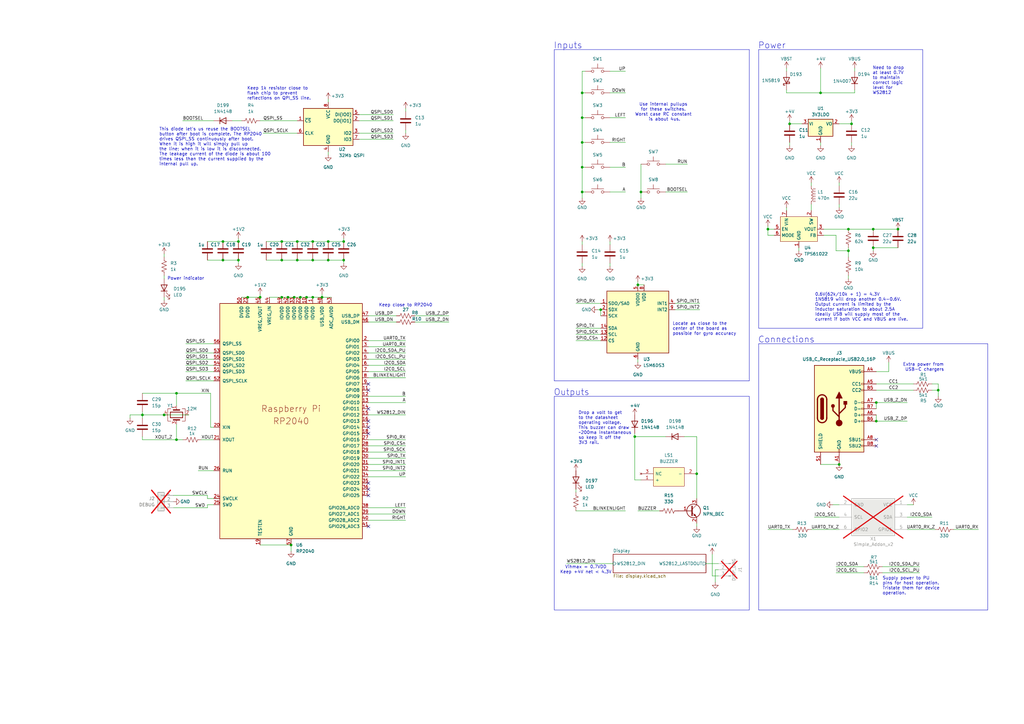
<source format=kicad_sch>
(kicad_sch (version 20231120) (generator "eeschema") (generator_version "8.0")
  (paper "A3")
  (junction (at 238.76 48.26))
  (junction (at 128.27 121.92))
  (junction (at 140.97 106.68))
  (junction (at 125.73 121.92))
  (junction (at 285.75 194.31))
  (junction (at 314.96 93.98))
  (junction (at 121.92 99.06))
  (junction (at 72.39 161.29))
  (junction (at 67.31 170.18))
  (junction (at 359.41 172.72))
  (junction (at 91.44 106.68))
  (junction (at 115.57 106.68))
  (junction (at 120.65 121.92))
  (junction (at 128.27 106.68))
  (junction (at 97.79 99.06))
  (junction (at 384.81 160.02))
  (junction (at 134.62 99.06))
  (junction (at 358.14 101.6))
  (junction (at 347.98 93.98))
  (junction (at 128.27 99.06))
  (junction (at 238.76 38.1))
  (junction (at 336.55 38.1))
  (junction (at 115.57 99.06))
  (junction (at 119.38 223.52))
  (junction (at 97.79 106.68))
  (junction (at 368.3 93.98))
  (junction (at 260.35 179.07))
  (junction (at 262.89 78.74))
  (junction (at 58.42 170.18))
  (junction (at 238.76 68.58))
  (junction (at 344.17 190.5))
  (junction (at 359.41 165.1))
  (junction (at 246.38 127))
  (junction (at 347.98 102.87))
  (junction (at 132.08 121.92))
  (junction (at 121.92 106.68))
  (junction (at 323.85 50.8))
  (junction (at 238.76 78.74))
  (junction (at 261.62 116.84))
  (junction (at 115.57 121.92))
  (junction (at 106.68 121.92))
  (junction (at 101.6 121.92))
  (junction (at 358.14 93.98))
  (junction (at 123.19 121.92))
  (junction (at 134.62 106.68))
  (junction (at 118.11 121.92))
  (junction (at 91.44 99.06))
  (junction (at 349.25 50.8))
  (junction (at 238.76 58.42))
  (junction (at 72.39 180.34))
  (junction (at 140.97 99.06))
  (no_connect (at 151.13 157.48))
  (no_connect (at 151.13 175.26))
  (no_connect (at 151.13 198.12))
  (no_connect (at 151.13 172.72))
  (no_connect (at 151.13 203.2))
  (no_connect (at 151.13 167.64))
  (no_connect (at 359.41 180.34))
  (no_connect (at 151.13 200.66))
  (no_connect (at 151.13 215.9))
  (no_connect (at 359.41 182.88))
  (no_connect (at 151.13 160.02))
  (no_connect (at 151.13 177.8))
  (wire (pts (xy 327.66 101.6) (xy 327.66 102.87)))
  (wire (pts (xy 344.17 207.01) (xy 341.63 207.01)))
  (wire (pts (xy 238.76 29.21) (xy 240.03 29.21)))
  (wire (pts (xy 293.37 233.68) (xy 293.37 238.76)))
  (wire (pts (xy 87.63 175.26) (xy 86.36 175.26)))
  (wire (pts (xy 67.31 113.03) (xy 67.31 114.3)))
  (wire (pts (xy 336.55 27.94) (xy 336.55 38.1)))
  (wire (pts (xy 250.19 48.26) (xy 256.54 48.26)))
  (wire (pts (xy 151.13 180.34) (xy 166.37 180.34)))
  (wire (pts (xy 151.13 193.04) (xy 166.37 193.04)))
  (wire (pts (xy 53.34 170.18) (xy 58.42 170.18)))
  (wire (pts (xy 67.31 170.18) (xy 77.47 170.18)))
  (wire (pts (xy 151.13 208.28) (xy 166.37 208.28)))
  (wire (pts (xy 97.79 97.79) (xy 97.79 99.06)))
  (wire (pts (xy 391.16 217.17) (xy 401.32 217.17)))
  (wire (pts (xy 250.19 29.21) (xy 256.54 29.21)))
  (wire (pts (xy 109.22 106.68) (xy 115.57 106.68)))
  (wire (pts (xy 238.76 38.1) (xy 240.03 38.1)))
  (wire (pts (xy 128.27 106.68) (xy 134.62 106.68)))
  (wire (pts (xy 347.98 101.6) (xy 347.98 102.87)))
  (wire (pts (xy 285.75 214.63) (xy 285.75 215.9)))
  (wire (pts (xy 276.86 127) (xy 287.02 127)))
  (wire (pts (xy 347.98 93.98) (xy 358.14 93.98)))
  (wire (pts (xy 238.76 58.42) (xy 240.03 58.42)))
  (wire (pts (xy 76.2 149.86) (xy 87.63 149.86)))
  (wire (pts (xy 358.14 93.98) (xy 368.3 93.98)))
  (wire (pts (xy 359.41 165.1) (xy 359.41 167.64)))
  (wire (pts (xy 285.75 194.31) (xy 285.75 179.07)))
  (wire (pts (xy 151.13 149.86) (xy 166.37 149.86)))
  (wire (pts (xy 246.38 127) (xy 246.38 129.54)))
  (wire (pts (xy 121.92 99.06) (xy 128.27 99.06)))
  (wire (pts (xy 132.08 121.92) (xy 135.89 121.92)))
  (wire (pts (xy 238.76 78.74) (xy 238.76 81.28)))
  (wire (pts (xy 238.76 68.58) (xy 238.76 58.42)))
  (wire (pts (xy 344.17 74.93) (xy 344.17 76.2)))
  (wire (pts (xy 67.31 104.14) (xy 67.31 105.41)))
  (wire (pts (xy 336.55 190.5) (xy 344.17 190.5)))
  (wire (pts (xy 344.17 83.82) (xy 344.17 85.09)))
  (wire (pts (xy 260.35 179.07) (xy 260.35 196.85)))
  (wire (pts (xy 250.19 107.95) (xy 250.19 109.22)))
  (wire (pts (xy 384.81 160.02) (xy 382.27 160.02)))
  (wire (pts (xy 109.22 99.06) (xy 115.57 99.06)))
  (wire (pts (xy 384.81 160.02) (xy 384.81 162.56)))
  (wire (pts (xy 238.76 48.26) (xy 238.76 38.1)))
  (wire (pts (xy 87.63 207.01) (xy 85.09 207.01)))
  (wire (pts (xy 261.62 209.55) (xy 270.51 209.55)))
  (wire (pts (xy 250.19 38.1) (xy 256.54 38.1)))
  (wire (pts (xy 359.41 172.72) (xy 372.11 172.72)))
  (wire (pts (xy 262.89 78.74) (xy 262.89 81.28)))
  (wire (pts (xy 354.33 232.41) (xy 342.9 232.41)))
  (wire (pts (xy 106.68 223.52) (xy 119.38 223.52)))
  (wire (pts (xy 151.13 132.08) (xy 162.56 132.08)))
  (wire (pts (xy 236.22 209.55) (xy 256.54 209.55)))
  (wire (pts (xy 85.09 207.01) (xy 85.09 208.28)))
  (wire (pts (xy 246.38 137.16) (xy 236.22 137.16)))
  (wire (pts (xy 161.29 54.61) (xy 147.32 54.61)))
  (wire (pts (xy 161.29 49.53) (xy 147.32 49.53)))
  (wire (pts (xy 99.06 121.92) (xy 101.6 121.92)))
  (wire (pts (xy 294.64 233.68) (xy 293.37 233.68)))
  (wire (pts (xy 85.09 99.06) (xy 91.44 99.06)))
  (wire (pts (xy 134.62 99.06) (xy 140.97 99.06)))
  (wire (pts (xy 384.81 157.48) (xy 382.27 157.48)))
  (wire (pts (xy 238.76 38.1) (xy 238.76 29.21)))
  (wire (pts (xy 166.37 44.45) (xy 166.37 45.72)))
  (wire (pts (xy 246.38 139.7) (xy 236.22 139.7)))
  (wire (pts (xy 260.35 196.85) (xy 262.89 196.85)))
  (wire (pts (xy 361.95 232.41) (xy 377.19 232.41)))
  (wire (pts (xy 383.54 217.17) (xy 372.11 217.17)))
  (wire (pts (xy 134.62 40.64) (xy 134.62 41.91)))
  (wire (pts (xy 323.85 58.42) (xy 323.85 59.69)))
  (wire (pts (xy 384.81 157.48) (xy 384.81 160.02)))
  (wire (pts (xy 71.12 208.28) (xy 85.09 208.28)))
  (wire (pts (xy 151.13 147.32) (xy 166.37 147.32)))
  (wire (pts (xy 86.36 161.29) (xy 86.36 175.26)))
  (wire (pts (xy 74.93 49.53) (xy 87.63 49.53)))
  (wire (pts (xy 118.11 121.92) (xy 120.65 121.92)))
  (wire (pts (xy 128.27 121.92) (xy 132.08 121.92)))
  (wire (pts (xy 245.11 127) (xy 246.38 127)))
  (wire (pts (xy 261.62 148.59) (xy 261.62 147.32)))
  (wire (pts (xy 85.09 204.47) (xy 85.09 203.2)))
  (wire (pts (xy 72.39 173.99) (xy 72.39 180.34)))
  (wire (pts (xy 151.13 154.94) (xy 166.37 154.94)))
  (wire (pts (xy 238.76 78.74) (xy 240.03 78.74)))
  (wire (pts (xy 71.12 203.2) (xy 85.09 203.2)))
  (wire (pts (xy 246.38 124.46) (xy 236.22 124.46)))
  (wire (pts (xy 350.52 27.94) (xy 350.52 29.21)))
  (wire (pts (xy 250.19 68.58) (xy 256.54 68.58)))
  (wire (pts (xy 349.25 58.42) (xy 349.25 59.69)))
  (wire (pts (xy 238.76 48.26) (xy 240.03 48.26)))
  (wire (pts (xy 347.98 102.87) (xy 342.9 102.87)))
  (wire (pts (xy 132.08 120.65) (xy 132.08 121.92)))
  (wire (pts (xy 273.05 78.74) (xy 281.94 78.74)))
  (wire (pts (xy 161.29 46.99) (xy 147.32 46.99)))
  (wire (pts (xy 58.42 170.18) (xy 67.31 170.18)))
  (wire (pts (xy 344.17 217.17) (xy 332.74 217.17)))
  (wire (pts (xy 322.58 38.1) (xy 336.55 38.1)))
  (wire (pts (xy 107.95 54.61) (xy 121.92 54.61)))
  (wire (pts (xy 314.96 93.98) (xy 317.5 93.98)))
  (wire (pts (xy 58.42 180.34) (xy 72.39 180.34)))
  (wire (pts (xy 81.28 193.04) (xy 87.63 193.04)))
  (wire (pts (xy 120.65 121.92) (xy 123.19 121.92)))
  (wire (pts (xy 151.13 152.4) (xy 166.37 152.4)))
  (wire (pts (xy 276.86 124.46) (xy 287.02 124.46)))
  (wire (pts (xy 121.92 106.68) (xy 128.27 106.68)))
  (wire (pts (xy 323.85 49.53) (xy 323.85 50.8)))
  (wire (pts (xy 238.76 99.06) (xy 238.76 100.33)))
  (wire (pts (xy 140.97 106.68) (xy 140.97 107.95)))
  (wire (pts (xy 292.1 236.22) (xy 294.64 236.22)))
  (wire (pts (xy 261.62 116.84) (xy 264.16 116.84)))
  (wire (pts (xy 336.55 58.42) (xy 336.55 59.69)))
  (wire (pts (xy 236.22 200.66) (xy 236.22 201.93)))
  (wire (pts (xy 87.63 204.47) (xy 85.09 204.47)))
  (wire (pts (xy 76.2 152.4) (xy 87.63 152.4)))
  (wire (pts (xy 123.19 121.92) (xy 125.73 121.92)))
  (wire (pts (xy 115.57 99.06) (xy 121.92 99.06)))
  (wire (pts (xy 358.14 101.6) (xy 368.3 101.6)))
  (wire (pts (xy 151.13 185.42) (xy 166.37 185.42)))
  (wire (pts (xy 128.27 99.06) (xy 134.62 99.06)))
  (wire (pts (xy 119.38 223.52) (xy 119.38 226.06)))
  (wire (pts (xy 85.09 106.68) (xy 91.44 106.68)))
  (wire (pts (xy 101.6 121.92) (xy 106.68 121.92)))
  (wire (pts (xy 314.96 93.98) (xy 314.96 96.52)))
  (wire (pts (xy 273.05 67.31) (xy 281.94 67.31)))
  (wire (pts (xy 337.82 93.98) (xy 347.98 93.98)))
  (wire (pts (xy 332.74 74.93) (xy 332.74 76.2)))
  (wire (pts (xy 125.73 121.92) (xy 128.27 121.92)))
  (wire (pts (xy 359.41 170.18) (xy 359.41 172.72)))
  (wire (pts (xy 151.13 190.5) (xy 166.37 190.5)))
  (wire (pts (xy 72.39 161.29) (xy 58.42 161.29)))
  (wire (pts (xy 72.39 166.37) (xy 72.39 161.29)))
  (wire (pts (xy 314.96 96.52) (xy 317.5 96.52)))
  (wire (pts (xy 250.19 99.06) (xy 250.19 100.33)))
  (wire (pts (xy 314.96 92.71) (xy 314.96 93.98)))
  (wire (pts (xy 374.65 207.01) (xy 372.11 207.01)))
  (wire (pts (xy 67.31 121.92) (xy 67.31 123.19)))
  (wire (pts (xy 76.2 144.78) (xy 87.63 144.78)))
  (wire (pts (xy 350.52 36.83) (xy 350.52 38.1)))
  (wire (pts (xy 292.1 227.33) (xy 292.1 236.22)))
  (wire (pts (xy 238.76 68.58) (xy 240.03 68.58)))
  (wire (pts (xy 161.29 57.15) (xy 147.32 57.15)))
  (wire (pts (xy 372.11 212.09) (xy 382.27 212.09)))
  (wire (pts (xy 151.13 162.56) (xy 166.37 162.56)))
  (wire (pts (xy 238.76 68.58) (xy 238.76 78.74)))
  (wire (pts (xy 344.17 50.8) (xy 349.25 50.8)))
  (wire (pts (xy 347.98 102.87) (xy 347.98 105.41)))
  (wire (pts (xy 349.25 49.53) (xy 349.25 50.8)))
  (wire (pts (xy 170.18 132.08) (xy 184.15 132.08)))
  (wire (pts (xy 261.62 115.57) (xy 261.62 116.84)))
  (wire (pts (xy 58.42 168.91) (xy 58.42 170.18)))
  (wire (pts (xy 166.37 170.18) (xy 151.13 170.18)))
  (wire (pts (xy 115.57 121.92) (xy 118.11 121.92)))
  (wire (pts (xy 151.13 195.58) (xy 166.37 195.58)))
  (wire (pts (xy 72.39 180.34) (xy 74.93 180.34)))
  (wire (pts (xy 260.35 179.07) (xy 273.05 179.07)))
  (wire (pts (xy 347.98 113.03) (xy 347.98 114.3)))
  (wire (pts (xy 151.13 187.96) (xy 166.37 187.96)))
  (wire (pts (xy 359.41 157.48) (xy 374.65 157.48)))
  (wire (pts (xy 280.67 179.07) (xy 285.75 179.07)))
  (wire (pts (xy 232.41 231.14) (xy 251.46 231.14)))
  (wire (pts (xy 262.89 67.31) (xy 262.89 78.74)))
  (wire (pts (xy 95.25 49.53) (xy 99.06 49.53)))
  (wire (pts (xy 58.42 170.18) (xy 58.42 171.45)))
  (wire (pts (xy 342.9 102.87) (xy 342.9 96.52)))
  (wire (pts (xy 53.34 170.18) (xy 53.34 171.45)))
  (wire (pts (xy 359.41 152.4) (xy 364.49 152.4)))
  (wire (pts (xy 151.13 129.54) (xy 162.56 129.54)))
  (wire (pts (xy 170.18 129.54) (xy 184.15 129.54)))
  (wire (pts (xy 97.79 106.68) (xy 97.79 107.95)))
  (wire (pts (xy 332.74 83.82) (xy 332.74 86.36)))
  (wire (pts (xy 91.44 106.68) (xy 97.79 106.68)))
  (wire (pts (xy 76.2 140.97) (xy 87.63 140.97)))
  (wire (pts (xy 361.95 234.95) (xy 377.19 234.95)))
  (wire (pts (xy 364.49 148.59) (xy 364.49 152.4)))
  (wire (pts (xy 336.55 38.1) (xy 350.52 38.1)))
  (wire (pts (xy 151.13 182.88) (xy 166.37 182.88)))
  (wire (pts (xy 358.14 101.6) (xy 358.14 102.87)))
  (wire (pts (xy 285.75 194.31) (xy 285.75 204.47)))
  (wire (pts (xy 151.13 144.78) (xy 166.37 144.78)))
  (wire (pts (xy 151.13 165.1) (xy 166.37 165.1)))
  (wire (pts (xy 238.76 107.95) (xy 238.76 109.22)))
  (wire (pts (xy 115.57 106.68) (xy 121.92 106.68)))
  (wire (pts (xy 323.85 50.8) (xy 328.93 50.8)))
  (wire (pts (xy 140.97 97.79) (xy 140.97 99.06)))
  (wire (pts (xy 166.37 53.34) (xy 166.37 54.61)))
  (wire (pts (xy 250.19 58.42) (xy 256.54 58.42)))
  (wire (pts (xy 151.13 213.36) (xy 166.37 213.36)))
  (wire (pts (xy 91.44 99.06) (xy 97.79 99.06)))
  (wire (pts (xy 151.13 142.24) (xy 166.37 142.24)))
  (wire (pts (xy 86.36 161.29) (xy 72.39 161.29)))
  (wire (pts (xy 344.17 212.09) (xy 334.01 212.09)))
  (wire (pts (xy 359.41 165.1) (xy 372.11 165.1)))
  (wire (pts (xy 151.13 139.7) (xy 166.37 139.7)))
  (wire (pts (xy 76.2 147.32) (xy 87.63 147.32)))
  (wire (pts (xy 250.19 78.74) (xy 256.54 78.74)))
  (wire (pts (xy 76.2 156.21) (xy 87.63 156.21)))
  (wire (pts (xy 322.58 36.83) (xy 322.58 38.1)))
  (wire (pts (xy 134.62 106.68) (xy 140.97 106.68)))
  (wire (pts (xy 238.76 58.42) (xy 238.76 48.26)))
  (wire (pts (xy 110.49 121.92) (xy 115.57 121.92)))
  (wire (pts (xy 342.9 96.52) (xy 337.82 96.52)))
  (wire (pts (xy 246.38 134.62) (xy 236.22 134.62)))
  (wire (pts (xy 82.55 180.34) (xy 87.63 180.34)))
  (wire (pts (xy 106.68 49.53) (xy 121.92 49.53)))
  (wire (pts (xy 260.35 177.8) (xy 260.35 179.07)))
  (wire (pts (xy 58.42 180.34) (xy 58.42 179.07)))
  (wire (pts (xy 325.12 217.17) (xy 314.96 217.17)))
  (wire (pts (xy 354.33 234.95) (xy 342.9 234.95)))
  (wire (pts (xy 322.58 27.94) (xy 322.58 29.21)))
  (wire (pts (xy 289.56 231.14) (xy 294.64 231.14)))
  (wire (pts (xy 151.13 210.82) (xy 166.37 210.82)))
  (wire (pts (xy 359.41 160.02) (xy 374.65 160.02)))
  (wire (pts (xy 134.62 62.23) (xy 134.62 63.5)))
  (wire (pts (xy 322.58 85.09) (xy 322.58 86.36)))
  (wire (pts (xy 106.68 120.65) (xy 106.68 121.92)))
  (rectangle (start 227.33 162.56) (end 307.34 250.19))
  (rectangle (start 311.15 20.32) (end 378.46 134.62))
  (rectangle (start 311.15 140.97) (end 405.13 250.19))
  (rectangle (start 227.33 20.32) (end 307.34 156.21))
  (text "This diode let's us reuse the BOOTSEL \nbutton after boot is complete. The RP2040 \ndrives QSPI_SS continuously after boot. \nWhen it is high it will simply pull up\nthe line; when it is low it is disconnected.\nThe leakage current of the diode is about 100\ntimes less than the current supplied by the\ninternal pull up." (at 65.278 52.324 0) (effects (font (size 1.27 1.27)) (justify left top)))
  (text "0.6V(62k/10k + 1) = 4.3V\n1N5819 will drop another 0.4-0.6V.\nOutput current is limited by the \ninductor saturation to about 2.5A\nIdeally USB will supply most of the\ncurrent if both VCC and VBUS are live." (at 334.264 125.984 0) (effects (font (size 1.27 1.27)) (justify left)))
  (text "Need to drop\nat least 0.7V\nto maintain\ncorrect logic\nlevel for \nWS2812" (at 357.886 27.178 0) (effects (font (size 1.27 1.27)) (justify left top)))
  (text "Inputs" (at 227.076 17.272 0) (effects (font (size 2.54 2.54)) (justify left top)))
  (text "Extra power from \nUSB-C chargers" (at 379.222 150.622 0) (effects (font (size 1.27 1.27))))
  (text "Connections" (at 310.896 137.922 0) (effects (font (size 2.54 2.54)) (justify left top)))
  (text "Drop a volt to get \nto the datasheet \noperating voltage.\nThis buzzer can draw\n~200ma instantaneous\nso keep it off the\n3V3 rail." (at 237.236 175.514 0) (effects (font (size 1.27 1.27)) (justify left)))
  (text "Power" (at 310.896 17.272 0) (effects (font (size 2.54 2.54)) (justify left top)))
  (text "Supply power to PU \npins for host operation.\nTristate them for device \noperation." (at 361.95 236.474 0) (effects (font (size 1.27 1.27)) (justify left top)))
  (text "Outputs" (at 227.076 159.512 0) (effects (font (size 2.54 2.54)) (justify left top)))
  (text "Power indicator" (at 76.2 114.3 0) (effects (font (size 1.27 1.27))))
  (text "Vihmax = 0.7VDD\nKeep +4V net < 4.3V" (at 240.284 233.68 0) (effects (font (size 1.27 1.27))))
  (text "Keep 1k resistor close to \nflash chip to prevent \nreflections on QPI_SS line." (at 101.346 35.56 0) (effects (font (size 1.27 1.27)) (justify left top)))
  (text "Use internal pullups \nfor these switches. \nWorst case RC constant \nis about 4us." (at 272.542 45.974 0) (effects (font (size 1.27 1.27))))
  (text "Keep close to RP2040" (at 166.37 125.222 0) (effects (font (size 1.27 1.27))))
  (text "Locate as close to the \ncenter of the board as \npossible for gyro accuracy" (at 275.844 132.08 0) (effects (font (size 1.27 1.27)) (justify left top)))
  (label "DOWN" (at 166.37 210.82 180))
  (label "XOUT" (at 82.55 180.34 0))
  (label "SPI0_CSn" (at 166.37 182.88 180))
  (label "QSPI_SS" (at 107.95 49.53 0))
  (label "USB_DN" (at 161.29 132.08 180))
  (label "I2C0_SDA" (at 342.9 232.41 0))
  (label "SPI0_INT2" (at 166.37 193.04 180))
  (label "I2C0_SDA_PU" (at 377.19 232.41 180))
  (label "CC2" (at 364.49 160.02 0))
  (label "QSPI_SD0" (at 161.29 46.99 180))
  (label "QSPI_SD1" (at 161.29 49.53 180))
  (label "BLINKENLIGHT" (at 166.37 154.94 180))
  (label "SPI0_INT2" (at 287.02 127 180))
  (label "RUN" (at 81.28 193.04 0))
  (label "WS2812_DIN" (at 166.37 170.18 180))
  (label "BOOTSEL" (at 281.94 78.74 180))
  (label "QSPI_SCLK" (at 76.2 156.21 0))
  (label "BOOTSEL" (at 74.93 49.53 0))
  (label "UART0_TX" (at 314.96 217.17 0))
  (label "QSPI_SCLK" (at 107.95 54.61 0))
  (label "I2C0_SCL_PU" (at 166.37 147.32 180))
  (label "UART0_TX" (at 166.37 139.7 180))
  (label "USB_Z_DP" (at 372.11 172.72 180))
  (label "CC1" (at 364.49 157.48 0))
  (label "QSPI_SS" (at 76.2 140.97 0))
  (label "QSPI_SD2" (at 161.29 54.61 180))
  (label "LEFT" (at 166.37 208.28 180))
  (label "DOWN" (at 256.54 38.1 180))
  (label "UART0_RX" (at 401.32 217.17 180))
  (label "UART0_RX" (at 166.37 142.24 180))
  (label "USB_DP" (at 161.29 129.54 180))
  (label "QSPI_SD2" (at 76.2 149.86 0))
  (label "QSPI_SD3" (at 161.29 57.15 180))
  (label "I2C0_SDA" (at 382.27 212.09 180))
  (label "RIGHT" (at 256.54 58.42 180))
  (label "UART0_RX_Z" (at 383.54 217.17 180))
  (label "QSPI_SD0" (at 76.2 144.78 0))
  (label "SPI0_RX" (at 166.37 180.34 180))
  (label "UART0_TX_Z" (at 332.74 217.17 0))
  (label "XIN" (at 82.55 161.29 0))
  (label "BUZZER" (at 261.62 209.55 0))
  (label "QSPI_SD1" (at 76.2 147.32 0))
  (label "I2C0_SDA" (at 166.37 149.86 180))
  (label "WS2812_DIN" (at 232.41 231.14 0))
  (label "I2C0_SDA_PU" (at 166.37 144.78 180))
  (label "SPI0_INT1" (at 287.02 124.46 180))
  (label "SPI0_TX" (at 166.37 187.96 180))
  (label "I2C0_SCL_PU" (at 377.19 234.95 180))
  (label "SPI0_RX" (at 236.22 124.46 0))
  (label "SPI0_TX" (at 236.22 134.62 0))
  (label "B" (at 166.37 162.56 180))
  (label "I2C0_SCL" (at 342.9 234.95 0))
  (label "USB_Z_DN" (at 372.11 165.1 180))
  (label "A" (at 166.37 165.1 180))
  (label "XOUT_Z" (at 63.5 180.34 0))
  (label "I2C0_SCL" (at 166.37 152.4 180))
  (label "B" (at 256.54 68.58 180))
  (label "A" (at 256.54 78.74 180))
  (label "QSPI_SD3" (at 76.2 152.4 0))
  (label "SPI0_SCK" (at 236.22 137.16 0))
  (label "BLINKENLIGHT" (at 256.54 209.55 180))
  (label "SPI0_CSn" (at 236.22 139.7 0))
  (label "LEFT" (at 256.54 48.26 180))
  (label "I2C0_SCL" (at 334.01 212.09 0))
  (label "RUN" (at 281.94 67.31 180))
  (label "UP" (at 166.37 195.58 180))
  (label "UP" (at 256.54 29.21 180))
  (label "SPI0_SCK" (at 166.37 185.42 180))
  (label "RIGHT" (at 166.37 213.36 180))
  (label "SWD" (at 80.01 208.28 0))
  (label "USB_Z_DN" (at 184.15 132.08 180))
  (label "USB_Z_DP" (at 184.15 129.54 180))
  (label "SWCLK" (at 78.74 203.2 0))
  (label "SPI0_INT1" (at 166.37 190.5 180))
  (symbol (lib_id "Switch:SW_Push") (at 245.11 29.21 0) (unit 1)
    (property "Reference" "SW1" (at 245.11 24.13 0))
    (property "Value" "UP" (effects (hide yes)))
    (property "Footprint" "kmj_custom:SW_SPST_PTS810" (effects (hide yes)))
    (property "Datasheet" "https://wmsc.lcsc.com/wmsc/upload/file/pdf/v2/lcsc/2304140030_C-K-PTS810SJM250SMTRLFS_C116501.pdf" (effects (hide yes)))
    (property "LCSC" "C116501" (effects (hide yes)))
    (property "Digikey_Part" "CKN10502CT-ND" (effects (hide yes)))
    (property "Manufacturer_Name" "C&K" (effects (hide yes)))
    (property "Manufacturer_Part_Number" "PTS810SJM250SMTRLFS" (effects (hide yes)))
  )
  (symbol (lib_id "Device:D") (at 350.52 33.02 90) (unit 1)
    (property "Reference" "D194" (at 351.79 30.48 90) (effects (justify right)))
    (property "Value" "1N4007" (at 341.63 33.274 90) (effects (justify right)))
    (property "Footprint" "Diode_SMD:D_SOD-123F" (effects (hide yes)))
    (property "Datasheet" "https://wmsc.lcsc.com/wmsc/upload/file/pdf/v2/lcsc/2407101127_MDD-Microdiode-Semiconductor-SM4007PL_C64898.pdf" (effects (hide yes)))
    (property "Description" "Diode" (effects (hide yes)))
    (property "LCSC" "C64898" (effects (hide yes)))
    (property "Sim.Device" "D" (effects (hide yes)))
    (property "Sim.Pins" "1=K 2=A" (effects (hide yes)))
    (property "Digikey_Part" "SM4007PL-TPMSCT-ND" (effects (hide yes)))
    (property "Manufacturer_Name" "MDD(Microdiode Semiconductor)" (effects (hide yes)))
    (property "Manufacturer_Part_Number" "SM4007PL" (effects (hide yes)))
  )
  (symbol (lib_id "power:GND") (at 97.79 107.95 0) (unit 1)
    (property "Reference" "#PWR054" (effects (hide yes)))
    (property "Value" "GND" (at 97.79 113.03 0))
  )
  (symbol (lib_id "power:GND") (at 293.37 238.76 0) (unit 1)
    (property "Reference" "#PWR066" (effects (hide yes)))
    (property "Value" "GND" (at 293.37 243.84 0))
  )
  (symbol (lib_id "Device:R_US") (at 78.74 180.34 270) (unit 1)
    (property "Reference" "R12" (at 78.74 175.768 90))
    (property "Value" "1k" (at 78.74 177.8 90))
    (property "Footprint" "Resistor_SMD:R_0402_1005Metric" (effects (hide yes)))
    (property "Datasheet" "https://wmsc.lcsc.com/wmsc/upload/file/pdf/v2/lcsc/2206010216_UNI-ROYAL-Uniroyal-Elec-0402WGF1001TCE_C11702.pdf" (effects (hide yes)))
    (property "LCSC" "C11702" (effects (hide yes)))
    (property "Digikey_Part" "311-1.0KJRCT-ND" (effects (hide yes)))
    (property "Manufacturer_Name" "UNI-ROYAL(Uniroyal Elec)" (effects (hide yes)))
    (property "Manufacturer_Part_Number" "0402WGF1001TCE" (effects (hide yes)))
  )
  (symbol (lib_id "power:+3.3V") (at 332.74 74.93 0) (unit 1)
    (property "Reference" "#PWR048" (effects (hide yes)))
    (property "Value" "VCC" (at 332.74 71.12 0))
    (property "Description" "Power symbol creates a global label with name \"+3.3V\"" (effects (hide yes)))
  )
  (symbol (lib_id "Switch:SW_Push") (at 245.11 48.26 0) (unit 1)
    (property "Reference" "SW3" (at 245.11 43.18 0))
    (property "Value" "LEFT" (effects (hide yes)))
    (property "Footprint" "kmj_custom:SW_SPST_PTS810" (effects (hide yes)))
    (property "Datasheet" "https://wmsc.lcsc.com/wmsc/upload/file/pdf/v2/lcsc/2304140030_C-K-PTS810SJM250SMTRLFS_C116501.pdf" (effects (hide yes)))
    (property "LCSC" "C116501" (effects (hide yes)))
    (property "Digikey_Part" "CKN10502CT-ND" (effects (hide yes)))
    (property "Manufacturer_Name" "C&K" (effects (hide yes)))
    (property "Manufacturer_Part_Number" "PTS810SJM250SMTRLFS" (effects (hide yes)))
  )
  (symbol (lib_id "power:GND") (at 358.14 102.87 0) (unit 1)
    (property "Reference" "#PWR061" (effects (hide yes)))
    (property "Value" "GND" (at 358.14 106.68 0))
    (property "Description" "Power symbol creates a global label with name \"GND\" , ground" (effects (hide yes)))
  )
  (symbol (lib_id "Device:C") (at 166.37 49.53 0) (unit 1)
    (property "Reference" "C13" (at 170.18 48.2599 0) (effects (justify left)))
    (property "Value" "1u" (at 170.18 50.7999 0) (effects (justify left)))
    (property "Footprint" "Capacitor_SMD:C_0402_1005Metric" (effects (hide yes)))
    (property "Datasheet" "https://wmsc.lcsc.com/wmsc/upload/file/pdf/v2/lcsc/2304140030_Samsung-Electro-Mechanics-CL05A105KA5NQNC_C52923.pdf" (effects (hide yes)))
    (property "LCSC" "C52923" (effects (hide yes)))
    (property "Manufacturer_Name" "Samsung Electro-Mechanics" (effects (hide yes)))
    (property "Manufacturer_Part_Number" "CL05A105KA5NQNC" (effects (hide yes)))
    (property "Digikey_Part" "1276-1445-1-ND" (effects (hide yes)))
  )
  (symbol (lib_id "3rdparty:Simple_Addon_v2") (at 358.14 212.09 270) (unit 1) (dnp yes)
    (property "Reference" "X1" (at 356.87 220.98 90) (effects (justify left)))
    (property "Value" "Simple_Addon_v2" (at 350.012 223.266 90) (effects (justify left)))
    (property "Footprint" "kmj_custom:Simple_Addon_v2-SAO-2x3" (effects (hide yes)))
    (property "Datasheet" "https://wmsc.lcsc.com/wmsc/upload/file/pdf/v2/lcsc/1811151534_Amphenol-ICC-75869-131LF_C168680.pdf" (effects (hide yes)))
    (property "Digikey_Part" "609-2845-ND" (effects (hide yes)))
    (property "LCSC" "C168680" (effects (hide yes)))
    (property "Manufacturer_Name" "Amphenol ICC" (effects (hide yes)))
    (property "Manufacturer_Part_Number" "75869-131LF" (effects (hide yes)))
  )
  (symbol (lib_id "rp2040:RP2040") (at 119.38 172.72 0) (unit 1)
    (property "Reference" "U6" (at 121.3994 223.52 0) (effects (justify left)))
    (property "Value" "RP2040" (at 121.3994 226.06 0) (effects (justify left)))
    (property "Footprint" "Package_DFN_QFN:QFN-56-1EP_7x7mm_P0.4mm_EP3.2x3.2mm" (effects (hide yes)))
    (property "Datasheet" "https://wmsc.lcsc.com/wmsc/upload/file/pdf/v2/lcsc/2201101600_Raspberry-Pi-RP2040_C2040.pdf" (effects (hide yes)))
    (property "LCSC" "C2040" (effects (hide yes)))
    (property "Digikey_Part" "2648-SC0914(13)CT-ND" (effects (hide yes)))
    (property "Manufacturer_Name" "Raspberry Pi" (effects (hide yes)))
    (property "Manufacturer_Part_Number" "RP2040" (effects (hide yes)))
  )
  (symbol (lib_id "power:+3.3V") (at 314.96 92.71 0) (unit 1)
    (property "Reference" "#PWR056" (effects (hide yes)))
    (property "Value" "VCC" (at 314.96 88.9 0))
    (property "Description" "Power symbol creates a global label with name \"+3.3V\"" (effects (hide yes)))
  )
  (symbol (lib_id "Device:C") (at 323.85 54.61 0) (unit 1)
    (property "Reference" "C11" (at 327.66 53.3399 0) (effects (justify left)))
    (property "Value" "1u" (at 327.66 55.8799 0) (effects (justify left)))
    (property "Footprint" "Capacitor_SMD:C_0402_1005Metric" (effects (hide yes)))
    (property "Datasheet" "https://wmsc.lcsc.com/wmsc/upload/file/pdf/v2/lcsc/2304140030_Samsung-Electro-Mechanics-CL05A105KA5NQNC_C52923.pdf" (effects (hide yes)))
    (property "LCSC" "C52923" (effects (hide yes)))
    (property "Manufacturer_Name" "Samsung Electro-Mechanics" (effects (hide yes)))
    (property "Manufacturer_Part_Number" "CL05A105KA5NQNC" (effects (hide yes)))
    (property "Digikey_Part" "1276-1445-1-ND" (effects (hide yes)))
  )
  (symbol (lib_id "Device:C") (at 358.14 97.79 0) (unit 1)
    (property "Reference" "C27" (at 361.95 96.5199 0) (effects (justify left)))
    (property "Value" "22u" (at 361.95 99.0599 0) (effects (justify left)))
    (property "Footprint" "Capacitor_SMD:C_0805_2012Metric" (effects (hide yes)))
    (property "Datasheet" "https://wmsc.lcsc.com/wmsc/upload/file/pdf/v2/lcsc/2304140030_Samsung-Electro-Mechanics-CL21A226MAQNNNE_C45783.pdf" (effects (hide yes)))
    (property "Description" "Unpolarized capacitor" (effects (hide yes)))
    (property "LCSC" "C45783" (effects (hide yes)))
    (property "Manufacturer_Name" "Samsung Electro-Mechanics" (effects (hide yes)))
    (property "Manufacturer_Part_Number" "CL21A226MAQNNNE" (effects (hide yes)))
    (property "Digikey_Part" "1276-2908-1-ND" (effects (hide yes)))
  )
  (symbol (lib_id "Device:C") (at 58.42 175.26 0) (unit 1)
    (property "Reference" "C30" (at 62.23 173.9899 0) (effects (justify left)))
    (property "Value" "15p" (at 62.23 176.5299 0) (effects (justify left)))
    (property "Footprint" "Capacitor_SMD:C_0402_1005Metric" (effects (hide yes)))
    (property "Datasheet" "https://wmsc.lcsc.com/wmsc/upload/file/pdf/v2/lcsc/2304140030_FH--Guangdong-Fenghua-Advanced-Tech-0402CG150J500NT_C1548.pdf" (effects (hide yes)))
    (property "LCSC" "C1548" (effects (hide yes)))
    (property "Manufacturer_Name" "FH (Guangdong Fenghua Advanced Tech)" (effects (hide yes)))
    (property "Manufacturer_Part_Number" "0402CG150J500NT" (effects (hide yes)))
    (property "Digikey_Part" "490-5888-1-ND" (effects (hide yes)))
  )
  (symbol (lib_id "Regulator_Linear:XC6206PxxxMR") (at 336.55 50.8 0) (unit 1)
    (property "Reference" "U1" (at 336.55 44.45 0))
    (property "Value" "3V3LDO" (at 336.55 46.99 0))
    (property "Footprint" "Package_TO_SOT_SMD:SOT-23" (effects (hide yes)))
    (property "Datasheet" "https://wmsc.lcsc.com/wmsc/upload/file/pdf/v2/lcsc/2304140030_Torex-Semicon-XC6206P332MR-G_C5446.pdf" (effects (hide yes)))
    (property "LCSC" "C5446" (effects (hide yes)))
    (property "Digikey_Part" "893-XC6206P332MR-GCT-ND" (effects (hide yes)))
    (property "Manufacturer_Name" "Torex Semicon" (effects (hide yes)))
    (property "Manufacturer_Part_Number" "XC6206P332MR-G" (effects (hide yes)))
  )
  (symbol (lib_id "Switch:SW_Push") (at 267.97 67.31 0) (unit 1)
    (property "Reference" "SW7" (at 267.97 62.23 0))
    (property "Value" "RESET" (effects (hide yes)))
    (property "Footprint" "kmj_custom:PTS830GM140SMTRLFS" (effects (hide yes)))
    (property "Datasheet" "https://wmsc.lcsc.com/wmsc/upload/file/pdf/v2/lcsc/2203281830_C-K-PTS830GG140SMTRLFS_C221902.pdf" (effects (hide yes)))
    (property "LCSC" "C221902" (effects (hide yes)))
    (property "Digikey_Part" "CKN10588CT-ND" (effects (hide yes)))
    (property "Manufacturer_Name" "C&K" (effects (hide yes)))
    (property "Manufacturer_Part_Number" "PTS830GG140SMTRLFS" (effects (hide yes)))
  )
  (symbol (lib_id "Device:Q_NPN_BEC") (at 283.21 209.55 0) (unit 1)
    (property "Reference" "Q1" (at 288.29 208.2799 0) (effects (justify left)))
    (property "Value" "NPN_BEC" (at 288.29 210.8199 0) (effects (justify left)))
    (property "Footprint" "Package_TO_SOT_SMD:SOT-323_SC-70" (effects (hide yes)))
    (property "Datasheet" "https://wmsc.lcsc.com/wmsc/upload/file/pdf/v2/lcsc/2404261206_hongjiacheng-MMST3904_C22388837.pdf" (effects (hide yes)))
    (property "Description" "NPN transistor, base/emitter/collector" (effects (hide yes)))
    (property "LCSC" "C22388837" (effects (hide yes)))
    (property "Digikey_Part" "4786-MMST3904CT-ND" (effects (hide yes)))
    (property "Manufacturer_Name" "hongjiacheng" (effects (hide yes)))
    (property "Manufacturer_Part_Number" "MMST3904" (effects (hide yes)))
  )
  (symbol (lib_id "power:GND") (at 323.85 59.69 0) (unit 1)
    (property "Reference" "#PWR029" (effects (hide yes)))
    (property "Value" "GND" (at 323.85 64.77 0))
  )
  (symbol (lib_id "power:GND") (at 245.11 127 270) (unit 1)
    (property "Reference" "#PWR045" (effects (hide yes)))
    (property "Value" "GND" (at 240.538 127 90))
  )
  (symbol (lib_id "power:GND") (at 166.37 54.61 0) (unit 1)
    (property "Reference" "#PWR038" (effects (hide yes)))
    (property "Value" "GND" (at 166.37 59.69 0))
  )
  (symbol (lib_id "Device:LED") (at 236.22 196.85 90) (unit 1)
    (property "Reference" "D197" (at 240.03 197.1674 90) (effects (justify right)))
    (property "Value" "LED" (at 240.03 199.7074 90) (effects (justify right)))
    (property "Footprint" "Diode_SMD:D_0603_1608Metric" (effects (hide yes)))
    (property "Datasheet" "https://wmsc.lcsc.com/wmsc/upload/file/pdf/v2/lcsc/1810231112_Hubei-KENTO-Elec-KT-0603R_C2286.pdf" (effects (hide yes)))
    (property "LCSC" "C2286" (effects (hide yes)))
    (property "Digikey_Part" "3147-B1931USD-20D000814U1930CT-ND" (effects (hide yes)))
    (property "Manufacturer_Name" "Hubei KENTO Elec" (effects (hide yes)))
    (property "Manufacturer_Part_Number" "KT-0603R" (effects (hide yes)))
  )
  (symbol (lib_id "power:GND") (at 384.81 162.56 0) (unit 1)
    (property "Reference" "#PWR044" (effects (hide yes)))
    (property "Value" "GND" (at 384.81 166.37 0))
  )
  (symbol (lib_id "Memory_Flash:W25Q128JVS") (at 134.62 52.07 0) (unit 1)
    (property "Reference" "U2" (at 138.938 61.214 0) (effects (justify left)))
    (property "Value" "32Mb QSPI" (at 138.938 63.754 0) (effects (justify left)))
    (property "Footprint" "kmj_custom:Winbond_USON-8-1EP_3x2mm_P0.5mm_EP0.2x1.6mm" (effects (hide yes)))
    (property "Datasheet" "https://wmsc.lcsc.com/wmsc/upload/file/pdf/v2/lcsc/2211091800_Zetta-ZD25WQ32CEIGR_C5258281.pdf" (effects (hide yes)))
    (property "LCSC" "C5258281" (effects (hide yes)))
    (property "Digikey_Part" "256-W25Q32RVXHJQTRCT-ND" (effects (hide yes)))
    (property "Manufacturer_Name" "Zetta" (effects (hide yes)))
    (property "Manufacturer_Part_Number" "ZD25WQ32CEIGR" (effects (hide yes)))
  )
  (symbol (lib_id "power:GND") (at 285.75 215.9 0) (unit 1)
    (property "Reference" "#PWR046" (effects (hide yes)))
    (property "Value" "GND" (at 285.75 219.71 0))
    (property "Description" "Power symbol creates a global label with name \"GND\" , ground" (effects (hide yes)))
  )
  (symbol (lib_id "Device:R_US") (at 347.98 97.79 0) (unit 1)
    (property "Reference" "R6" (at 350.52 96.5199 0) (effects (justify left)))
    (property "Value" "62k" (at 350.52 99.0599 0) (effects (justify left)))
    (property "Footprint" "Resistor_SMD:R_0402_1005Metric" (effects (hide yes)))
    (property "Datasheet" "https://wmsc.lcsc.com/wmsc/upload/file/pdf/v2/lcsc/2308241009_FOJAN-FRC0402J623TS_C2929930.pdf" (effects (hide yes)))
    (property "Description" "Resistor, US symbol" (effects (hide yes)))
    (property "LCSC" "C2929930" (effects (hide yes)))
    (property "Digikey_Part" "311-62.0KLRCT-ND" (effects (hide yes)))
    (property "Manufacturer_Name" "FOJAN" (effects (hide yes)))
    (property "Manufacturer_Part_Number" "FRC0402J623TS" (effects (hide yes)))
  )
  (symbol (lib_id "power:GND") (at 261.62 148.59 0) (unit 1)
    (property "Reference" "#PWR047" (effects (hide yes)))
    (property "Value" "GND" (at 261.62 153.67 0))
  )
  (symbol (lib_id "power:GND") (at 140.97 107.95 0) (unit 1)
    (property "Reference" "#PWR055" (effects (hide yes)))
    (property "Value" "GND" (at 140.97 113.03 0))
  )
  (symbol (lib_id "Device:C") (at 97.79 102.87 0) (unit 1)
    (property "Reference" "C19" (at 99.06 100.33 0) (effects (justify left)))
    (property "Value" "1u" (effects (hide yes)))
    (property "Footprint" "Capacitor_SMD:C_0402_1005Metric" (effects (hide yes)))
    (property "Datasheet" "https://wmsc.lcsc.com/wmsc/upload/file/pdf/v2/lcsc/2304140030_Samsung-Electro-Mechanics-CL05A105KA5NQNC_C52923.pdf" (effects (hide yes)))
    (property "LCSC" "C52923" (effects (hide yes)))
    (property "Manufacturer_Name" "Samsung Electro-Mechanics" (effects (hide yes)))
    (property "Manufacturer_Part_Number" "CL05A105KA5NQNC" (effects (hide yes)))
    (property "Digikey_Part" "1276-1445-1-ND" (effects (hide yes)))
  )
  (symbol (lib_id "Device:D") (at 91.44 49.53 0) (unit 1)
    (property "Reference" "D199" (at 91.44 43.18 0))
    (property "Value" "1N4148" (at 91.44 45.72 0))
    (property "Footprint" "Diode_SMD:D_SOD-523" (effects (hide yes)))
    (property "Datasheet" "https://wmsc.lcsc.com/wmsc/upload/file/pdf/v2/lcsc/2311171118_hongjiacheng-1N4148WT_C7420320.pdf" (effects (hide yes)))
    (property "Description" "Diode" (effects (hide yes)))
    (property "Sim.Device" "D" (effects (hide yes)))
    (property "Sim.Pins" "1=K 2=A" (effects (hide yes)))
    (property "LCSC" "C7420320" (effects (hide yes)))
    (property "Digikey_Part" "1N4148WTCT-ND" (effects (hide yes)))
    (property "Manufacturer_Name" "hongjiacheng" (effects (hide yes)))
    (property "Manufacturer_Part_Number" "1N4148WT" (effects (hide yes)))
  )
  (symbol (lib_id "Device:R_US") (at 378.46 160.02 270) (unit 1)
    (property "Reference" "R5" (at 378.714 164.338 90))
    (property "Value" "5k1" (at 378.714 162.052 90))
    (property "Footprint" "Resistor_SMD:R_0402_1005Metric" (effects (hide yes)))
    (property "Datasheet" "https://wmsc.lcsc.com/wmsc/upload/file/pdf/v2/lcsc/2206010045_UNI-ROYAL-Uniroyal-Elec-0402WGF5101TCE_C25905.pdf" (effects (hide yes)))
    (property "LCSC" "C25905" (effects (hide yes)))
    (property "Digikey_Part" "P5.10KLCT-ND" (effects (hide yes)))
    (property "Manufacturer_Name" "UNI-ROYAL(Uniroyal Elec)" (effects (hide yes)))
    (property "Manufacturer_Part_Number" "0402WGF5101TCE" (effects (hide yes)))
  )
  (symbol (lib_id "power:VBUS") (at 336.55 27.94 0) (unit 1)
    (property "Reference" "#PWR027" (effects (hide yes)))
    (property "Value" "+4V" (at 336.55 24.13 0))
  )
  (symbol (lib_id "power:GND") (at 327.66 102.87 0) (unit 1)
    (property "Reference" "#PWR060" (effects (hide yes)))
    (property "Value" "GND" (at 327.66 106.68 0))
    (property "Description" "Power symbol creates a global label with name \"GND\" , ground" (effects (hide yes)))
  )
  (symbol (lib_id "power:+3V3") (at 261.62 115.57 0) (unit 1)
    (property "Reference" "#PWR043" (effects (hide yes)))
    (property "Value" "+3V3" (at 265.43 114.3 0))
  )
  (symbol (lib_id "power:GND") (at 341.63 207.01 270) (unit 1)
    (property "Reference" "#PWR076" (effects (hide yes)))
    (property "Value" "GND" (at 336.804 207.01 90))
  )
  (symbol (lib_id "Switch:SW_Push") (at 245.11 78.74 0) (unit 1)
    (property "Reference" "SW6" (at 245.11 73.66 0))
    (property "Value" "A" (effects (hide yes)))
    (property "Footprint" "kmj_custom:SW_SPST_PTS810" (effects (hide yes)))
    (property "Datasheet" "https://wmsc.lcsc.com/wmsc/upload/file/pdf/v2/lcsc/2304140030_C-K-PTS810SJM250SMTRLFS_C116501.pdf" (effects (hide yes)))
    (property "LCSC" "C116501" (effects (hide yes)))
    (property "Digikey_Part" "CKN10502CT-ND" (effects (hide yes)))
    (property "Manufacturer_Name" "C&K" (effects (hide yes)))
    (property "Manufacturer_Part_Number" "PTS810SJM250SMTRLFS" (effects (hide yes)))
  )
  (symbol (lib_id "Converter_DCDC:TPS61022") (at 327.66 93.98 0) (unit 1)
    (property "Reference" "U4" (at 329.8541 101.6 0) (effects (justify left)))
    (property "Value" "TPS61022" (at 329.8541 104.14 0) (effects (justify left)))
    (property "Footprint" "kmj_custom:Texas_RWU0007A_VQFN-7_2x2mm_P0.5mm" (effects (hide yes)))
    (property "Datasheet" "https://www.ti.com/lit/ds/symlink/tps61022.pdf" (effects (hide yes)))
    (property "Description" "8A Boost Converter, 0.5-5.5 V input, 2.2-5.5V output, Texas RWU0007A VQFN-7" (effects (hide yes)))
    (property "LCSC" "C915088" (effects (hide yes)))
    (property "Digikey_Part" "296-TPS61022RWURCT-ND" (effects (hide yes)))
    (property "Manufacturer_Name" "Texas Instruments" (effects (hide yes)))
    (property "Manufacturer_Part_Number" "TPS61022RWUR" (effects (hide yes)))
  )
  (symbol (lib_id "power:+1V2") (at 97.79 97.79 0) (unit 1)
    (property "Reference" "#PWR050" (effects (hide yes)))
    (property "Value" "+1V2" (at 97.79 93.98 0))
  )
  (symbol (lib_id "power:+1V2") (at 106.68 120.65 0) (unit 1)
    (property "Reference" "#PWR058" (effects (hide yes)))
    (property "Value" "+1V2" (at 106.68 116.84 0))
  )
  (symbol (lib_id "power:GND") (at 336.55 59.69 0) (unit 1)
    (property "Reference" "#PWR030" (effects (hide yes)))
    (property "Value" "GND" (at 336.55 64.77 0))
  )
  (symbol (lib_id "Device:C") (at 58.42 165.1 0) (unit 1)
    (property "Reference" "C29" (at 62.23 163.8299 0) (effects (justify left)))
    (property "Value" "15p" (at 62.23 166.3699 0) (effects (justify left)))
    (property "Footprint" "Capacitor_SMD:C_0402_1005Metric" (effects (hide yes)))
    (property "Datasheet" "https://wmsc.lcsc.com/wmsc/upload/file/pdf/v2/lcsc/2304140030_FH--Guangdong-Fenghua-Advanced-Tech-0402CG150J500NT_C1548.pdf" (effects (hide yes)))
    (property "LCSC" "C1548" (effects (hide yes)))
    (property "Manufacturer_Name" "FH (Guangdong Fenghua Advanced Tech)" (effects (hide yes)))
    (property "Manufacturer_Part_Number" "0402CG150J500NT" (effects (hide yes)))
    (property "Digikey_Part" "490-5888-1-ND" (effects (hide yes)))
  )
  (symbol (lib_id "Switch:SW_Push") (at 245.11 38.1 0) (unit 1)
    (property "Reference" "SW2" (at 245.11 33.02 0))
    (property "Value" "DOWN" (effects (hide yes)))
    (property "Footprint" "kmj_custom:SW_SPST_PTS810" (effects (hide yes)))
    (property "Datasheet" "https://wmsc.lcsc.com/wmsc/upload/file/pdf/v2/lcsc/2304140030_C-K-PTS810SJM250SMTRLFS_C116501.pdf" (effects (hide yes)))
    (property "LCSC" "C116501" (effects (hide yes)))
    (property "Digikey_Part" "CKN10502CT-ND" (effects (hide yes)))
    (property "Manufacturer_Name" "C&K" (effects (hide yes)))
    (property "Manufacturer_Part_Number" "PTS810SJM250SMTRLFS" (effects (hide yes)))
  )
  (symbol (lib_id "power:+4V") (at 368.3 93.98 0) (unit 1)
    (property "Reference" "#PWR057" (effects (hide yes)))
    (property "Value" "VBST" (at 368.3 90.17 0))
    (property "Description" "Power symbol creates a global label with name \"+4V\"" (effects (hide yes)))
  )
  (symbol (lib_id "power:GND") (at 238.76 109.22 0) (unit 1)
    (property "Reference" "#PWR040" (effects (hide yes)))
    (property "Value" "GND" (at 238.76 114.3 0))
  )
  (symbol (lib_id "power:+3V3") (at 238.76 99.06 0) (unit 1)
    (property "Reference" "#PWR036" (effects (hide yes)))
    (property "Value" "+3V3" (at 242.57 97.79 0))
  )
  (symbol (lib_id "power:GND") (at 71.12 205.74 90) (unit 1)
    (property "Reference" "#PWR073" (effects (hide yes)))
    (property "Value" "GND" (at 73.914 205.74 90) (effects (justify right)))
  )
  (symbol (lib_id "Diode:1N5819") (at 322.58 33.02 90) (unit 1)
    (property "Reference" "D193" (at 323.85 30.48 90) (effects (justify right)))
    (property "Value" "1N5819" (at 312.42 33.02 90) (effects (justify right)))
    (property "Footprint" "Diode_SMD:D_SOD-323" (effects (hide yes)))
    (property "Datasheet" "https://wmsc.lcsc.com/wmsc/upload/file/pdf/v2/lcsc/2204281430_Guangdong-Hottech-1N5819WS_C191023.pdf" (effects (hide yes)))
    (property "LCSC" "C191023" (effects (hide yes)))
    (property "Digikey_Part" "5272-B5819WSCT-ND" (effects (hide yes)))
    (property "Manufacturer_Name" "Guangdong Hottech" (effects (hide yes)))
    (property "Manufacturer_Part_Number" "1N5819WS" (effects (hide yes)))
  )
  (symbol (lib_id "power:+3.3V") (at 322.58 85.09 0) (unit 1)
    (property "Reference" "#PWR052" (effects (hide yes)))
    (property "Value" "VCC" (at 322.58 81.28 0))
    (property "Description" "Power symbol creates a global label with name \"+3.3V\"" (effects (hide yes)))
  )
  (symbol (lib_id "Device:R_US") (at 102.87 49.53 270) (unit 1)
    (property "Reference" "R4" (at 102.87 43.18 90))
    (property "Value" "1k" (at 102.87 45.72 90))
    (property "Footprint" "Resistor_SMD:R_0402_1005Metric" (effects (hide yes)))
    (property "Datasheet" "https://wmsc.lcsc.com/wmsc/upload/file/pdf/v2/lcsc/2206010216_UNI-ROYAL-Uniroyal-Elec-0402WGF1001TCE_C11702.pdf" (effects (hide yes)))
    (property "LCSC" "C11702" (effects (hide yes)))
    (property "Digikey_Part" "311-1.0KJRCT-ND" (effects (hide yes)))
    (property "Manufacturer_Name" "UNI-ROYAL(Uniroyal Elec)" (effects (hide yes)))
    (property "Manufacturer_Part_Number" "0402WGF1001TCE" (effects (hide yes)))
  )
  (symbol (lib_id "Switch:SW_Push") (at 245.11 68.58 0) (unit 1)
    (property "Reference" "SW5" (at 245.11 63.5 0))
    (property "Value" "B" (effects (hide yes)))
    (property "Footprint" "kmj_custom:SW_SPST_PTS810" (effects (hide yes)))
    (property "Datasheet" "https://wmsc.lcsc.com/wmsc/upload/file/pdf/v2/lcsc/2304140030_C-K-PTS810SJM250SMTRLFS_C116501.pdf" (effects (hide yes)))
    (property "LCSC" "C116501" (effects (hide yes)))
    (property "Digikey_Part" "CKN10502CT-ND" (effects (hide yes)))
    (property "Manufacturer_Name" "C&K" (effects (hide yes)))
    (property "Manufacturer_Part_Number" "PTS810SJM250SMTRLFS" (effects (hide yes)))
  )
  (symbol (lib_id "power:GND") (at 344.17 190.5 0) (unit 1)
    (property "Reference" "#PWR062" (effects (hide yes)))
    (property "Value" "GND" (at 344.17 195.58 0))
  )
  (symbol (lib_id "Device:R_US") (at 166.37 132.08 270) (unit 1)
    (property "Reference" "R10" (at 170.942 130.81 90))
    (property "Value" "27" (effects (hide yes)))
    (property "Footprint" "Resistor_SMD:R_0402_1005Metric" (effects (hide yes)))
    (property "Datasheet" "https://wmsc.lcsc.com/wmsc/upload/file/pdf/v2/lcsc/2205311900_UNI-ROYAL-Uniroyal-Elec-0402WGF330JTCE_C25105.pdf" (effects (hide yes)))
    (property "LCSC" "C25105" (effects (hide yes)))
    (property "Digikey_Part" "P27.0LCT-ND" (effects (hide yes)))
    (property "Manufacturer_Name" "UNI-ROYAL(Uniroyal Elec)" (effects (hide yes)))
    (property "Manufacturer_Part_Number" "0402WGF330JTCE" (effects (hide yes)))
  )
  (symbol (lib_id "power:VBUS") (at 323.85 49.53 0) (unit 1)
    (property "Reference" "#PWR024" (effects (hide yes)))
    (property "Value" "+4V" (at 323.85 45.72 0))
  )
  (symbol (lib_id "Device:R_US") (at 387.35 217.17 90) (unit 1)
    (property "Reference" "R11" (at 385.318 214.63 90) (effects (justify right)))
    (property "Value" "330" (at 385.318 219.71 90) (effects (justify right)))
    (property "Footprint" "Resistor_SMD:R_0402_1005Metric" (effects (hide yes)))
    (property "Datasheet" "https://wmsc.lcsc.com/wmsc/upload/file/pdf/v2/lcsc/2205311900_UNI-ROYAL-Uniroyal-Elec-0402WGF3300TCE_C25104.pdf" (effects (hide yes)))
    (property "LCSC" "C25104" (effects (hide yes)))
    (property "Digikey_Part" "311-330LRCT-ND" (effects (hide yes)))
    (property "Manufacturer_Name" "UNI-ROYAL(Uniroyal Elec)" (effects (hide yes)))
    (property "Manufacturer_Part_Number" "0402WGF3300TCE" (effects (hide yes)))
  )
  (symbol (lib_id "Device:C") (at 140.97 102.87 0) (unit 1)
    (property "Reference" "C26" (at 142.24 100.33 0) (effects (justify left)))
    (property "Value" "1u" (effects (hide yes)))
    (property "Footprint" "Capacitor_SMD:C_0402_1005Metric" (effects (hide yes)))
    (property "Datasheet" "https://wmsc.lcsc.com/wmsc/upload/file/pdf/v2/lcsc/2304140030_Samsung-Electro-Mechanics-CL05A105KA5NQNC_C52923.pdf" (effects (hide yes)))
    (property "LCSC" "C52923" (effects (hide yes)))
    (property "Manufacturer_Name" "Samsung Electro-Mechanics" (effects (hide yes)))
    (property "Manufacturer_Part_Number" "CL05A105KA5NQNC" (effects (hide yes)))
    (property "Digikey_Part" "1276-1445-1-ND" (effects (hide yes)))
  )
  (symbol (lib_id "Device:R_US") (at 166.37 129.54 270) (unit 1)
    (property "Reference" "R8" (at 170.18 128.27 90))
    (property "Value" "27" (at 166.37 127 90))
    (property "Footprint" "Resistor_SMD:R_0402_1005Metric" (effects (hide yes)))
    (property "Datasheet" "https://wmsc.lcsc.com/wmsc/upload/file/pdf/v2/lcsc/2205311900_UNI-ROYAL-Uniroyal-Elec-0402WGF330JTCE_C25105.pdf" (effects (hide yes)))
    (property "LCSC" "C25105" (effects (hide yes)))
    (property "Digikey_Part" "P27.0LCT-ND" (effects (hide yes)))
    (property "Manufacturer_Name" "UNI-ROYAL(Uniroyal Elec)" (effects (hide yes)))
    (property "Manufacturer_Part_Number" "0402WGF330JTCE" (effects (hide yes)))
  )
  (symbol (lib_id "Device:C") (at 115.57 102.87 0) (unit 1)
    (property "Reference" "C21" (at 116.84 100.33 0) (effects (justify left)))
    (property "Value" "1u" (effects (hide yes)))
    (property "Footprint" "Capacitor_SMD:C_0402_1005Metric" (effects (hide yes)))
    (property "Datasheet" "https://wmsc.lcsc.com/wmsc/upload/file/pdf/v2/lcsc/2304140030_Samsung-Electro-Mechanics-CL05A105KA5NQNC_C52923.pdf" (effects (hide yes)))
    (property "LCSC" "C52923" (effects (hide yes)))
    (property "Manufacturer_Name" "Samsung Electro-Mechanics" (effects (hide yes)))
    (property "Manufacturer_Part_Number" "CL05A105KA5NQNC" (effects (hide yes)))
    (property "Digikey_Part" "1276-1445-1-ND" (effects (hide yes)))
  )
  (symbol (lib_id "Device:C") (at 368.3 97.79 0) (unit 1)
    (property "Reference" "C28" (at 372.11 96.5199 0) (effects (justify left)))
    (property "Value" "22u" (at 372.11 99.0599 0) (effects (justify left)))
    (property "Footprint" "Capacitor_SMD:C_0805_2012Metric" (effects (hide yes)))
    (property "Datasheet" "https://wmsc.lcsc.com/wmsc/upload/file/pdf/v2/lcsc/2304140030_Samsung-Electro-Mechanics-CL21A226MAQNNNE_C45783.pdf" (effects (hide yes)))
    (property "Description" "Unpolarized capacitor" (effects (hide yes)))
    (property "LCSC" "C45783" (effects (hide yes)))
    (property "Manufacturer_Name" "Samsung Electro-Mechanics" (effects (hide yes)))
    (property "Manufacturer_Part_Number" "CL21A226MAQNNNE" (effects (hide yes)))
    (property "Digikey_Part" "1276-2908-1-ND" (effects (hide yes)))
  )
  (symbol (lib_id "power:GND") (at 349.25 59.69 0) (unit 1)
    (property "Reference" "#PWR031" (effects (hide yes)))
    (property "Value" "GND" (at 349.25 64.77 0))
  )
  (symbol (lib_id "power:GND") (at 134.62 63.5 0) (unit 1)
    (property "Reference" "#PWR042" (effects (hide yes)))
    (property "Value" "GND" (at 134.62 68.58 0))
  )
  (symbol (lib_id "power:GND") (at 119.38 226.06 0) (unit 1)
    (property "Reference" "#PWR077" (effects (hide yes)))
    (property "Value" "GND" (at 119.38 231.14 0))
  )
  (symbol (lib_id "power:+3V3") (at 134.62 40.64 0) (unit 1)
    (property "Reference" "#PWR032" (effects (hide yes)))
    (property "Value" "+3V3" (at 138.43 39.37 0))
  )
  (symbol (lib_id "power:+3.3V") (at 374.65 207.01 0) (unit 1)
    (property "Reference" "#PWR067" (effects (hide yes)))
    (property "Value" "VCC" (at 374.65 203.2 0))
    (property "Description" "Power symbol creates a global label with name \"+3.3V\"" (effects (hide yes)))
  )
  (symbol (lib_id "power:+3V3") (at 349.25 49.53 0) (unit 1)
    (property "Reference" "#PWR025" (effects (hide yes)))
    (property "Value" "+3V3" (at 349.25 45.72 0))
  )
  (symbol (lib_id "power:+3V3") (at 132.08 120.65 0) (unit 1)
    (property "Reference" "#PWR059" (effects (hide yes)))
    (property "Value" "+3V3" (at 132.08 116.84 0))
  )
  (symbol (lib_id "power:GND") (at 250.19 109.22 0) (unit 1)
    (property "Reference" "#PWR041" (effects (hide yes)))
    (property "Value" "GND" (at 250.19 114.3 0))
  )
  (symbol (lib_id "Device:C") (at 85.09 102.87 0) (unit 1)
    (property "Reference" "C17" (at 86.36 100.33 0) (effects (justify left)))
    (property "Value" "1u" (at 81.28 100.33 0) (effects (justify left)))
    (property "Footprint" "Capacitor_SMD:C_0402_1005Metric" (effects (hide yes)))
    (property "Datasheet" "https://wmsc.lcsc.com/wmsc/upload/file/pdf/v2/lcsc/2304140030_Samsung-Electro-Mechanics-CL05A105KA5NQNC_C52923.pdf" (effects (hide yes)))
    (property "LCSC" "C52923" (effects (hide yes)))
    (property "Manufacturer_Name" "Samsung Electro-Mechanics" (effects (hide yes)))
    (property "Manufacturer_Part_Number" "CL05A105KA5NQNC" (effects (hide yes)))
    (property "Digikey_Part" "1276-1445-1-ND" (effects (hide yes)))
  )
  (symbol (lib_id "Device:C") (at 109.22 102.87 0) (unit 1)
    (property "Reference" "C20" (at 110.49 100.33 0) (effects (justify left)))
    (property "Value" "1u" (at 105.41 100.33 0) (effects (justify left)))
    (property "Footprint" "Capacitor_SMD:C_0402_1005Metric" (effects (hide yes)))
    (property "Datasheet" "https://wmsc.lcsc.com/wmsc/upload/file/pdf/v2/lcsc/2304140030_Samsung-Electro-Mechanics-CL05A105KA5NQNC_C52923.pdf" (effects (hide yes)))
    (property "LCSC" "C52923" (effects (hide yes)))
    (property "Manufacturer_Name" "Samsung Electro-Mechanics" (effects (hide yes)))
    (property "Manufacturer_Part_Number" "CL05A105KA5NQNC" (effects (hide yes)))
    (property "Digikey_Part" "1276-1445-1-ND" (effects (hide yes)))
  )
  (symbol (lib_id "Device:C") (at 250.19 104.14 0) (unit 1)
    (property "Reference" "C15" (at 254 102.8699 0) (effects (justify left)))
    (property "Value" "1u" (at 254 105.4099 0) (effects (justify left)))
    (property "Footprint" "Capacitor_SMD:C_0402_1005Metric" (effects (hide yes)))
    (property "Datasheet" "https://wmsc.lcsc.com/wmsc/upload/file/pdf/v2/lcsc/2304140030_Samsung-Electro-Mechanics-CL05A105KA5NQNC_C52923.pdf" (effects (hide yes)))
    (property "LCSC" "C52923" (effects (hide yes)))
    (property "Manufacturer_Name" "Samsung Electro-Mechanics" (effects (hide yes)))
    (property "Manufacturer_Part_Number" "CL05A105KA5NQNC" (effects (hide yes)))
    (property "Digikey_Part" "1276-1445-1-ND" (effects (hide yes)))
  )
  (symbol (lib_id "power:GND") (at 347.98 114.3 0) (unit 1)
    (property "Reference" "#PWR063" (effects (hide yes)))
    (property "Value" "GND" (at 347.98 118.11 0))
    (property "Description" "Power symbol creates a global label with name \"GND\" , ground" (effects (hide yes)))
  )
  (symbol (lib_id "power:+3V3") (at 166.37 44.45 0) (unit 1)
    (property "Reference" "#PWR034" (effects (hide yes)))
    (property "Value" "+3V3" (at 170.18 43.18 0))
  )
  (symbol (lib_id "Device:C") (at 349.25 54.61 0) (unit 1)
    (property "Reference" "C12" (at 353.06 53.3399 0) (effects (justify left)))
    (property "Value" "1u" (at 353.06 55.8799 0) (effects (justify left)))
    (property "Footprint" "Capacitor_SMD:C_0402_1005Metric" (effects (hide yes)))
    (property "Datasheet" "https://wmsc.lcsc.com/wmsc/upload/file/pdf/v2/lcsc/2304140030_Samsung-Electro-Mechanics-CL05A105KA5NQNC_C52923.pdf" (effects (hide yes)))
    (property "LCSC" "C52923" (effects (hide yes)))
    (property "Manufacturer_Name" "Samsung Electro-Mechanics" (effects (hide yes)))
    (property "Manufacturer_Part_Number" "CL05A105KA5NQNC" (effects (hide yes)))
    (property "Digikey_Part" "1276-1445-1-ND" (effects (hide yes)))
  )
  (symbol (lib_id "power:+3V3") (at 140.97 97.79 0) (unit 1)
    (property "Reference" "#PWR051" (effects (hide yes)))
    (property "Value" "+3V3" (at 140.97 93.98 0))
  )
  (symbol (lib_id "Device:C") (at 121.92 102.87 0) (unit 1)
    (property "Reference" "C32" (at 123.19 100.33 0) (effects (justify left)))
    (property "Value" "1u" (effects (hide yes)))
    (property "Footprint" "Capacitor_SMD:C_0402_1005Metric" (effects (hide yes)))
    (property "Datasheet" "https://wmsc.lcsc.com/wmsc/upload/file/pdf/v2/lcsc/2304140030_Samsung-Electro-Mechanics-CL05A105KA5NQNC_C52923.pdf" (effects (hide yes)))
    (property "LCSC" "C52923" (effects (hide yes)))
    (property "Manufacturer_Name" "Samsung Electro-Mechanics" (effects (hide yes)))
    (property "Manufacturer_Part_Number" "CL05A105KA5NQNC" (effects (hide yes)))
    (property "Digikey_Part" "1276-1445-1-ND" (effects (hide yes)))
  )
  (symbol (lib_id "Switch:SW_Push") (at 267.97 78.74 0) (unit 1)
    (property "Reference" "SW8" (at 267.97 73.66 0))
    (property "Value" "BOOTSEL" (effects (hide yes)))
    (property "Footprint" "kmj_custom:PTS830GM140SMTRLFS" (effects (hide yes)))
    (property "Datasheet" "https://wmsc.lcsc.com/wmsc/upload/file/pdf/v2/lcsc/2203281830_C-K-PTS830GG140SMTRLFS_C221902.pdf" (effects (hide yes)))
    (property "LCSC" "C221902" (effects (hide yes)))
    (property "Digikey_Part" "CKN10588CT-ND" (effects (hide yes)))
    (property "Manufacturer_Name" "C&K" (effects (hide yes)))
    (property "Manufacturer_Part_Number" "PTS830GG140SMTRLFS" (effects (hide yes)))
  )
  (symbol (lib_id "power:+3V3") (at 236.22 193.04 0) (unit 1)
    (property "Reference" "#PWR013" (effects (hide yes)))
    (property "Value" "+3V3" (at 236.22 189.23 0))
  )
  (symbol (lib_id "Device:R_US") (at 274.32 209.55 270) (unit 1)
    (property "Reference" "R15" (at 274.32 203.2 90))
    (property "Value" "330" (at 274.32 205.74 90))
    (property "Footprint" "Resistor_SMD:R_0402_1005Metric" (effects (hide yes)))
    (property "Datasheet" "https://wmsc.lcsc.com/wmsc/upload/file/pdf/v2/lcsc/2205311900_UNI-ROYAL-Uniroyal-Elec-0402WGF3300TCE_C25104.pdf" (effects (hide yes)))
    (property "LCSC" "C25104" (effects (hide yes)))
    (property "Digikey_Part" "311-330LRCT-ND" (effects (hide yes)))
    (property "Manufacturer_Name" "UNI-ROYAL(Uniroyal Elec)" (effects (hide yes)))
    (property "Manufacturer_Part_Number" "0402WGF3300TCE" (effects (hide yes)))
  )
  (symbol (lib_id "Device:L_Ferrite") (at 332.74 80.01 0) (unit 1)
    (property "Reference" "L1" (at 335.28 78.7399 0) (effects (justify left)))
    (property "Value" "470n" (at 335.28 81.2799 0) (effects (justify left)))
    (property "Footprint" "Inductor_SMD:L_1008_2520Metric" (effects (hide yes)))
    (property "Datasheet" "https://wmsc.lcsc.com/wmsc/upload/file/pdf/v2/lcsc/2308111546_Murata-Electronics-1239AS-H-R47M-P2_C576393.pdf" (effects (hide yes)))
    (property "Description" "3.7A" (effects (hide yes)))
    (property "LCSC" "C576393" (effects (hide yes)))
    (property "Digikey_Part" "490-10571-1-ND" (effects (hide yes)))
    (property "Manufacturer_Name" "Murata Electronics" (effects (hide yes)))
    (property "Manufacturer_Part_Number" "1239AS-H-R47M=P2" (effects (hide yes)))
  )
  (symbol (lib_id "Device:R_US") (at 358.14 232.41 270) (unit 1)
    (property "Reference" "R7" (at 358.394 228.6 90))
    (property "Value" "5k1" (at 358.394 230.378 90))
    (property "Footprint" "Resistor_SMD:R_0402_1005Metric" (effects (hide yes)))
    (property "Datasheet" "https://wmsc.lcsc.com/wmsc/upload/file/pdf/v2/lcsc/2206010045_UNI-ROYAL-Uniroyal-Elec-0402WGF5101TCE_C25905.pdf" (effects (hide yes)))
    (property "LCSC" "C25905" (effects (hide yes)))
    (property "Digikey_Part" "P5.10KLCT-ND" (effects (hide yes)))
    (property "Manufacturer_Name" "UNI-ROYAL(Uniroyal Elec)" (effects (hide yes)))
    (property "Manufacturer_Part_Number" "0402WGF5101TCE" (effects (hide yes)))
  )
  (symbol (lib_id "power:GND") (at 238.76 81.28 0) (unit 1)
    (property "Reference" "#PWR074" (effects (hide yes)))
    (property "Value" "GND" (at 238.76 85.09 0))
    (property "Description" "Power symbol creates a global label with name \"GND\" , ground" (effects (hide yes)))
  )
  (symbol (lib_id "Device:C") (at 238.76 104.14 0) (unit 1)
    (property "Reference" "C14" (at 242.57 102.8699 0) (effects (justify left)))
    (property "Value" "1u" (at 242.57 105.4099 0) (effects (justify left)))
    (property "Footprint" "Capacitor_SMD:C_0402_1005Metric" (effects (hide yes)))
    (property "Datasheet" "https://wmsc.lcsc.com/wmsc/upload/file/pdf/v2/lcsc/2304140030_Samsung-Electro-Mechanics-CL05A105KA5NQNC_C52923.pdf" (effects (hide yes)))
    (property "LCSC" "C52923" (effects (hide yes)))
    (property "Manufacturer_Name" "Samsung Electro-Mechanics" (effects (hide yes)))
    (property "Manufacturer_Part_Number" "CL05A105KA5NQNC" (effects (hide yes)))
    (property "Digikey_Part" "1276-1445-1-ND" (effects (hide yes)))
  )
  (symbol (lib_id "power:+3V3") (at 67.31 104.14 0) (unit 1)
    (property "Reference" "#PWR033" (effects (hide yes)))
    (property "Value" "+3V3" (at 67.31 100.33 0))
  )
  (symbol (lib_id "power:VBUS") (at 364.49 148.59 0) (unit 1)
    (property "Reference" "#PWR035" (effects (hide yes)))
    (property "Value" "VBUS" (at 364.49 144.78 0))
  )
  (symbol (lib_id "Sensor_Motion:LSM6DS3") (at 261.62 132.08 0) (unit 1)
    (property "Reference" "U3" (at 263.8141 147.32 0) (effects (justify left)))
    (property "Value" "LSM6DS3" (at 263.8141 149.86 0) (effects (justify left)))
    (property "Footprint" "Package_LGA:LGA-14_3x2.5mm_P0.5mm_LayoutBorder3x4y" (effects (hide yes)))
    (property "Datasheet" "https://wmsc.lcsc.com/wmsc/upload/file/pdf/v2/lcsc/1810010519_STMicroelectronics-LSM6DS3TR_C95230.pdf" (effects (hide yes)))
    (property "Description" "I2C/SPI, iNEMO inertial module: always-on 3D accelerometer and 3D gyroscope" (effects (hide yes)))
    (property "LCSC" "C95230" (effects (hide yes)))
    (property "Digikey_Part" "497-15383-1-ND" (effects (hide yes)))
    (property "Manufacturer_Name" "STMicroelectronics" (effects (hide yes)))
    (property "Manufacturer_Part_Number" "LSM6DS3TR" (effects (hide yes)))
  )
  (symbol (lib_id "power:GND") (at 67.31 123.19 0) (unit 1)
    (property "Reference" "#PWR039" (effects (hide yes)))
    (property "Value" "GND" (at 67.31 127 0))
  )
  (symbol (lib_id "Device:R_US") (at 236.22 205.74 180) (unit 1)
    (property "Reference" "R2" (at 238.76 204.4699 0) (effects (justify right)))
    (property "Value" "1k" (at 238.76 207.0099 0) (effects (justify right)))
    (property "Footprint" "Resistor_SMD:R_0402_1005Metric" (effects (hide yes)))
    (property "Datasheet" "https://wmsc.lcsc.com/wmsc/upload/file/pdf/v2/lcsc/2206010216_UNI-ROYAL-Uniroyal-Elec-0402WGF1001TCE_C11702.pdf" (effects (hide yes)))
    (property "LCSC" "C11702" (effects (hide yes)))
    (property "Digikey_Part" "311-1.0KJRCT-ND" (effects (hide yes)))
    (property "Manufacturer_Name" "UNI-ROYAL(Uniroyal Elec)" (effects (hide yes)))
    (property "Manufacturer_Part_Number" "0402WGF1001TCE" (effects (hide yes)))
  )
  (symbol (lib_id "power:GND") (at 344.17 85.09 0) (unit 1)
    (property "Reference" "#PWR053" (effects (hide yes)))
    (property "Value" "GND" (at 344.17 88.9 0))
    (property "Description" "Power symbol creates a global label with name \"GND\" , ground" (effects (hide yes)))
  )
  (symbol (lib_id "Device:C") (at 128.27 102.87 0) (unit 1)
    (property "Reference" "C23" (at 129.54 100.33 0) (effects (justify left)))
    (property "Value" "1u" (effects (hide yes)))
    (property "Footprint" "Capacitor_SMD:C_0402_1005Metric" (effects (hide yes)))
    (property "Datasheet" "https://wmsc.lcsc.com/wmsc/upload/file/pdf/v2/lcsc/2304140030_Samsung-Electro-Mechanics-CL05A105KA5NQNC_C52923.pdf" (effects (hide yes)))
    (property "LCSC" "C52923" (effects (hide yes)))
    (property "Manufacturer_Name" "Samsung Electro-Mechanics" (effects (hide yes)))
    (property "Manufacturer_Part_Number" "CL05A105KA5NQNC" (effects (hide yes)))
    (property "Digikey_Part" "1276-1445-1-ND" (effects (hide yes)))
  )
  (symbol (lib_id "Device:R_US") (at 347.98 109.22 0) (unit 1)
    (property "Reference" "R9" (at 350.52 107.9499 0) (effects (justify left)))
    (property "Value" "10k" (at 350.52 110.4899 0) (effects (justify left)))
    (property "Footprint" "Resistor_SMD:R_0402_1005Metric" (effects (hide yes)))
    (property "Datasheet" "https://wmsc.lcsc.com/wmsc/upload/file/pdf/v2/lcsc/2206010100_UNI-ROYAL-Uniroyal-Elec-0402WGF1002TCE_C25744.pdf" (effects (hide yes)))
    (property "Description" "Resistor, US symbol" (effects (hide yes)))
    (property "LCSC" "C25744" (effects (hide yes)))
    (property "Digikey_Part" "1276-3431-1-ND" (effects (hide yes)))
    (property "Manufacturer_Name" "UNI-ROYAL(Uniroyal Elec)" (effects (hide yes)))
    (property "Manufacturer_Part_Number" "0402WGF1002TCE" (effects (hide yes)))
  )
  (symbol (lib_id "Device:R_US") (at 358.14 234.95 270) (unit 1)
    (property "Reference" "R14" (at 358.394 239.268 90))
    (property "Value" "5k1" (at 358.394 236.982 90))
    (property "Footprint" "Resistor_SMD:R_0402_1005Metric" (effects (hide yes)))
    (property "Datasheet" "https://wmsc.lcsc.com/wmsc/upload/file/pdf/v2/lcsc/2206010045_UNI-ROYAL-Uniroyal-Elec-0402WGF5101TCE_C25905.pdf" (effects (hide yes)))
    (property "LCSC" "C25905" (effects (hide yes)))
    (property "Digikey_Part" "P5.10KLCT-ND" (effects (hide yes)))
    (property "Manufacturer_Name" "UNI-ROYAL(Uniroyal Elec)" (effects (hide yes)))
    (property "Manufacturer_Part_Number" "0402WGF5101TCE" (effects (hide yes)))
  )
  (symbol (lib_id "power:GND") (at 53.34 171.45 0) (unit 1)
    (property "Reference" "#PWR068" (effects (hide yes)))
    (property "Value" "GND" (at 53.34 176.53 0))
  )
  (symbol (lib_id "Device:D") (at 260.35 173.99 90) (unit 1)
    (property "Reference" "D196" (at 262.89 172.7199 90) (effects (justify right)))
    (property "Value" "1N4148" (at 262.89 175.2599 90) (effects (justify right)))
    (property "Footprint" "Diode_SMD:D_SOD-523" (effects (hide yes)))
    (property "Datasheet" "https://wmsc.lcsc.com/wmsc/upload/file/pdf/v2/lcsc/2311171118_hongjiacheng-1N4148WT_C7420320.pdf" (effects (hide yes)))
    (property "Description" "Diode" (effects (hide yes)))
    (property "Sim.Device" "D" (effects (hide yes)))
    (property "Sim.Pins" "1=K 2=A" (effects (hide yes)))
    (property "LCSC" "C7420320" (effects (hide yes)))
    (property "Digikey_Part" "1N4148WTCT-ND" (effects (hide yes)))
    (property "Manufacturer_Name" "hongjiacheng" (effects (hide yes)))
    (property "Manufacturer_Part_Number" "1N4148WT" (effects (hide yes)))
  )
  (symbol (lib_id "power:+3.3V") (at 344.17 74.93 0) (unit 1)
    (property "Reference" "#PWR049" (effects (hide yes)))
    (property "Value" "VCC" (at 344.17 71.12 0))
    (property "Description" "Power symbol creates a global label with name \"+3.3V\"" (effects (hide yes)))
  )
  (symbol (lib_id "Device:C") (at 134.62 102.87 0) (unit 1)
    (property "Reference" "C25" (at 135.89 100.33 0) (effects (justify left)))
    (property "Value" "1u" (effects (hide yes)))
    (property "Footprint" "Capacitor_SMD:C_0402_1005Metric" (effects (hide yes)))
    (property "Datasheet" "https://wmsc.lcsc.com/wmsc/upload/file/pdf/v2/lcsc/2304140030_Samsung-Electro-Mechanics-CL05A105KA5NQNC_C52923.pdf" (effects (hide yes)))
    (property "LCSC" "C52923" (effects (hide yes)))
    (property "Manufacturer_Name" "Samsung Electro-Mechanics" (effects (hide yes)))
    (property "Manufacturer_Part_Number" "CL05A105KA5NQNC" (effects (hide yes)))
    (property "Digikey_Part" "1276-1445-1-ND" (effects (hide yes)))
  )
  (symbol (lib_id "Device:R_US") (at 67.31 109.22 180) (unit 1)
    (property "Reference" "R3" (at 69.85 107.9499 0) (effects (justify right)))
    (property "Value" "1k" (at 69.85 110.4899 0) (effects (justify right)))
    (property "Footprint" "Resistor_SMD:R_0402_1005Metric" (effects (hide yes)))
    (property "Datasheet" "https://wmsc.lcsc.com/wmsc/upload/file/pdf/v2/lcsc/2206010216_UNI-ROYAL-Uniroyal-Elec-0402WGF1001TCE_C11702.pdf" (effects (hide yes)))
    (property "LCSC" "C11702" (effects (hide yes)))
    (property "Digikey_Part" "311-1.0KJRCT-ND" (effects (hide yes)))
    (property "Manufacturer_Name" "UNI-ROYAL(Uniroyal Elec)" (effects (hide yes)))
    (property "Manufacturer_Part_Number" "0402WGF1001TCE" (effects (hide yes)))
  )
  (symbol (lib_id "Device:C") (at 344.17 80.01 0) (unit 1)
    (property "Reference" "C16" (at 347.98 78.7399 0) (effects (justify left)))
    (property "Value" "22u" (at 347.98 81.2799 0) (effects (justify left)))
    (property "Footprint" "Capacitor_SMD:C_0805_2012Metric" (effects (hide yes)))
    (property "Datasheet" "https://wmsc.lcsc.com/wmsc/upload/file/pdf/v2/lcsc/2304140030_Samsung-Electro-Mechanics-CL21A226MAQNNNE_C45783.pdf" (effects (hide yes)))
    (property "Description" "Unpolarized capacitor" (effects (hide yes)))
    (property "LCSC" "C45783" (effects (hide yes)))
    (property "Manufacturer_Name" "Samsung Electro-Mechanics" (effects (hide yes)))
    (property "Manufacturer_Part_Number" "CL21A226MAQNNNE" (effects (hide yes)))
    (property "Digikey_Part" "1276-2908-1-ND" (effects (hide yes)))
  )
  (symbol (lib_id "Device:R_US") (at 378.46 157.48 270) (unit 1)
    (property "Reference" "R1" (at 378.714 153.67 90))
    (property "Value" "5k1" (at 378.714 155.448 90))
    (property "Footprint" "Resistor_SMD:R_0402_1005Metric" (effects (hide yes)))
    (property "Datasheet" "https://wmsc.lcsc.com/wmsc/upload/file/pdf/v2/lcsc/2206010045_UNI-ROYAL-Uniroyal-Elec-0402WGF5101TCE_C25905.pdf" (effects (hide yes)))
    (property "LCSC" "C25905" (effects (hide yes)))
    (property "Digikey_Part" "P5.10KLCT-ND" (effects (hide yes)))
    (property "Manufacturer_Name" "UNI-ROYAL(Uniroyal Elec)" (effects (hide yes)))
    (property "Manufacturer_Part_Number" "0402WGF5101TCE" (effects (hide yes)))
  )
  (symbol (lib_id "power:GND") (at 262.89 81.28 0) (unit 1)
    (property "Reference" "#PWR070" (effects (hide yes)))
    (property "Value" "GND" (at 262.89 85.09 0))
  )
  (symbol (lib_id "Device:LED") (at 67.31 118.11 90) (unit 1)
    (property "Reference" "D195" (at 71.12 118.4274 90) (effects (justify right)))
    (property "Value" "LED" (at 71.12 120.9674 90) (effects (justify right)))
    (property "Footprint" "Diode_SMD:D_0603_1608Metric" (effects (hide yes)))
    (property "Datasheet" "https://wmsc.lcsc.com/wmsc/upload/file/pdf/v2/lcsc/1810231112_Hubei-KENTO-Elec-KT-0603R_C2286.pdf" (effects (hide yes)))
    (property "LCSC" "C2286" (effects (hide yes)))
    (property "Digikey_Part" "3147-B1931USD-20D000814U1930CT-ND" (effects (hide yes)))
    (property "Manufacturer_Name" "Hubei KENTO Elec" (effects (hide yes)))
    (property "Manufacturer_Part_Number" "KT-0603R" (effects (hide yes)))
  )
  (symbol (lib_id "power:+3V3") (at 250.19 99.06 0) (unit 1)
    (property "Reference" "#PWR037" (effects (hide yes)))
    (property "Value" "+3V3" (at 254 97.79 0))
  )
  (symbol (lib_id "Device:D") (at 276.86 179.07 0) (unit 1)
    (property "Reference" "D198" (at 276.86 172.72 0))
    (property "Value" "1N4148" (at 276.86 175.26 0))
    (property "Footprint" "Diode_SMD:D_SOD-523" (effects (hide yes)))
    (property "Datasheet" "https://wmsc.lcsc.com/wmsc/upload/file/pdf/v2/lcsc/2311171118_hongjiacheng-1N4148WT_C7420320.pdf" (effects (hide yes)))
    (property "Description" "Diode" (effects (hide yes)))
    (property "Sim.Device" "D" (effects (hide yes)))
    (property "Sim.Pins" "1=K 2=A" (effects (hide yes)))
    (property "LCSC" "C7420320" (effects (hide yes)))
    (property "Digikey_Part" "1N4148WTCT-ND" (effects (hide yes)))
    (property "Manufacturer_Name" "hongjiacheng" (effects (hide yes)))
    (property "Manufacturer_Part_Number" "1N4148WT" (effects (hide yes)))
  )
  (symbol (lib_id "power:VBUS") (at 322.58 27.94 0) (unit 1)
    (property "Reference" "#PWR026" (effects (hide yes)))
    (property "Value" "VBST" (at 322.58 24.13 0))
  )
  (symbol (lib_id "Device:R_US") (at 328.93 217.17 90) (unit 1)
    (property "Reference" "R13" (at 326.898 214.63 90) (effects (justify right)))
    (property "Value" "330" (at 327.152 219.71 90) (effects (justify right)))
    (property "Footprint" "Resistor_SMD:R_0402_1005Metric" (effects (hide yes)))
    (property "Datasheet" "https://wmsc.lcsc.com/wmsc/upload/file/pdf/v2/lcsc/2205311900_UNI-ROYAL-Uniroyal-Elec-0402WGF3300TCE_C25104.pdf" (effects (hide yes)))
    (property "LCSC" "C25104" (effects (hide yes)))
    (property "Digikey_Part" "311-330LRCT-ND" (effects (hide yes)))
    (property "Manufacturer_Name" "UNI-ROYAL(Uniroyal Elec)" (effects (hide yes)))
    (property "Manufacturer_Part_Number" "0402WGF3300TCE" (effects (hide yes)))
  )
  (symbol (lib_id "power:VBUS") (at 260.35 170.18 0) (unit 1)
    (property "Reference" "#PWR064" (effects (hide yes)))
    (property "Value" "+4V" (at 260.35 166.37 0))
  )
  (symbol (lib_id "power:VBUS") (at 350.52 27.94 0) (unit 1)
    (property "Reference" "#PWR028" (effects (hide yes)))
    (property "Value" "VBUS" (at 350.52 24.13 0))
  )
  (symbol (lib_id "3rdparty:CMT-5023S-SMT-TR") (at 262.89 194.31 0) (unit 1)
    (property "Reference" "LS1" (at 274.32 186.69 0))
    (property "Value" "BUZZER" (at 274.32 189.23 0))
    (property "Footprint" "kmj_custom:CMT5023SSMTTR" (effects (hide yes)))
    (property "Datasheet" "https://wmsc.lcsc.com/wmsc/upload/file/pdf/v2/lcsc/1912111437_FUET-FUET-5020_C391029.pdf" (effects (hide yes)))
    (property "Height" "2.1" (effects (hide yes)))
    (property "Manufacturer_Name" "FUET" (effects (hide yes)))
    (property "Manufacturer_Part_Number" "FUET-5020" (effects (hide yes)))
    (property "LCSC" "C391029" (effects (hide yes)))
    (property "Digikey_Part" "102-3743-1-ND" (effects (hide yes)))
  )
  (symbol (lib_id "Connector:Conn_01x03_Pin") (at 299.72 233.68 0) (mirror y) (unit 1) (dnp yes)
    (property "Reference" "J1" (at 303.53 233.68 90))
    (property "Value" "DISP_DBG" (at 300.99 233.68 90))
    (property "Footprint" "kmj_custom:PinHeader_1x03_P1.27mm_Vertical" (effects (hide yes)))
    (property "Datasheet" "https://cdn.harwin.com/pdfs/M50-353.pdf" (effects (hide yes)))
    (property "Description" "Generic connector, single row, 01x03, script generated" (effects (hide yes)))
    (property "Digikey_Part" "952-3599-ND" (effects (hide yes)))
    (property "LCSC" "C6658360" (effects (hide yes)))
    (property "Manufacturer_Name" "Harwin" (effects (hide yes)))
    (property "Manufacturer_Part_Number" "M50-3530342" (effects (hide yes)))
  )
  (symbol (lib_id "Connector_Generic:Conn_01x03") (at 66.04 205.74 0) (mirror y) (unit 1) (dnp yes)
    (property "Reference" "J2" (at 63.5 204.4699 0) (effects (justify left)))
    (property "Value" "DEBUG" (at 63.5 207.0099 0) (effects (justify left)))
    (property "Footprint" "Connector_PinHeader_2.54mm:PinHeader_1x03_P2.54mm_Vertical" (effects (hide yes)))
    (property "Datasheet" "https://www.we-online.com/components/products/datasheet/61300311121.pdf" (effects (hide yes)))
    (property "Description" "Generic connector, single row, 01x03, script generated (kicad-library-utils/schlib/autogen/connector/)" (effects (hide yes)))
    (property "Digikey_Part" "732-5316-ND" (effects (hide yes)))
    (property "LCSC" "C2915006" (effects (hide yes)))
    (property "Manufacturer_Name" "WÜRTH ELEKTRONIK" (effects (hide yes)))
    (property "Manufacturer_Part_Number" "61300311121" (effects (hide yes)))
  )
  (symbol (lib_id "Switch:SW_Push") (at 245.11 58.42 0) (unit 1)
    (property "Reference" "SW4" (at 245.11 53.34 0))
    (property "Value" "RIGHT" (effects (hide yes)))
    (property "Footprint" "kmj_custom:SW_SPST_PTS810" (effects (hide yes)))
    (property "Datasheet" "https://wmsc.lcsc.com/wmsc/upload/file/pdf/v2/lcsc/2304140030_C-K-PTS810SJM250SMTRLFS_C116501.pdf" (effects (hide yes)))
    (property "LCSC" "C116501" (effects (hide yes)))
    (property "Digikey_Part" "CKN10502CT-ND" (effects (hide yes)))
    (property "Manufacturer_Name" "C&K" (effects (hide yes)))
    (property "Manufacturer_Part_Number" "PTS810SJM250SMTRLFS" (effects (hide yes)))
  )
  (symbol (lib_id "Device:C") (at 91.44 102.87 0) (unit 1)
    (property "Reference" "C18" (at 92.71 100.33 0) (effects (justify left)))
    (property "Value" "1u" (effects (hide yes)))
    (property "Footprint" "Capacitor_SMD:C_0402_1005Metric" (effects (hide yes)))
    (property "Datasheet" "https://wmsc.lcsc.com/wmsc/upload/file/pdf/v2/lcsc/2304140030_Samsung-Electro-Mechanics-CL05A105KA5NQNC_C52923.pdf" (effects (hide yes)))
    (property "LCSC" "C52923" (effects (hide yes)))
    (property "Manufacturer_Name" "Samsung Electro-Mechanics" (effects (hide yes)))
    (property "Manufacturer_Part_Number" "CL05A105KA5NQNC" (effects (hide yes)))
    (property "Digikey_Part" "1276-1445-1-ND" (effects (hide yes)))
  )
  (symbol (lib_id "Connector:USB_C_Receptacle_USB2.0_16P") (at 344.17 167.64 0) (unit 1)
    (property "Reference" "J3" (at 344.17 144.78 0))
    (property "Value" "USB_C_Receptacle_USB2.0_16P" (at 344.17 147.32 0))
    (property "Footprint" "Connector_USB:USB_C_Receptacle_GCT_USB4105-xx-A_16P_TopMnt_Horizontal" (effects (hide yes)))
    (property "Datasheet" "https://wmsc.lcsc.com/wmsc/upload/file/pdf/v2/lcsc/2201121500_XKB-Connection-U263-163N-4BLS1735_C2931474.pdf" (effects (hide yes)))
    (property "Description" "USB 2.0-only 16P Type-C Receptacle connector" (effects (hide yes)))
    (property "LCSC" "C2931474" (effects (hide yes)))
    (property "Manufacturer_Name" "XKB Connection" (effects (hide yes)))
    (property "Manufacturer_Part_Number" "U263-163N-4BLS1735" (effects (hide yes)))
    (property "Digikey_Part" "2073-USB4105-GF-ACT-ND" (effects (hide yes)))
  )
  (symbol (lib_id "power:VBUS") (at 292.1 227.33 0) (unit 1)
    (property "Reference" "#PWR065" (effects (hide yes)))
    (property "Value" "+4V" (at 292.1 223.52 0))
  )
  (symbol (lib_id "Device:Crystal_GND24") (at 72.39 170.18 270) (unit 1)
    (property "Reference" "Y1" (at 69.85 166.37 90))
    (property "Value" "12M" (at 78.74 167.64 90))
    (property "Footprint" "Crystal:Crystal_SMD_SeikoEpson_FA238-4Pin_3.2x2.5mm" (effects (hide yes)))
    (property "Datasheet" "https://wmsc.lcsc.com/wmsc/upload/file/pdf/v2/lcsc/2403291504_YXC-Crystal-Oscillators-X322512MSB4SI_C9002.pdf" (effects (hide yes)))
    (property "LCSC" "C9002" (effects (hide yes)))
    (property "Digikey_Part" "XC1810CT-ND" (effects (hide yes)))
    (property "Manufacturer_Name" "YXC Crystal Oscillators" (effects (hide yes)))
    (property "Manufacturer_Part_Number" "X322512MSB4SI" (effects (hide yes)))
  )
  (sheet (at 251.46 227.33) (size 38.1 7.62) (stroke (width 0.1524))
    (property "Sheetname" "Display" (at 251.46 226.6184 0) (effects (justify left bottom)))
    (property "Sheetfile" "display.kicad_sch" (at 251.46 235.5346 0) (effects (justify left top)))
    (pin "WS2812_DIN" input (at 251.46 231.14 180))
    (pin "WS2812_LASTDOUT" output (at 289.56 231.14 0))
  )
)
</source>
